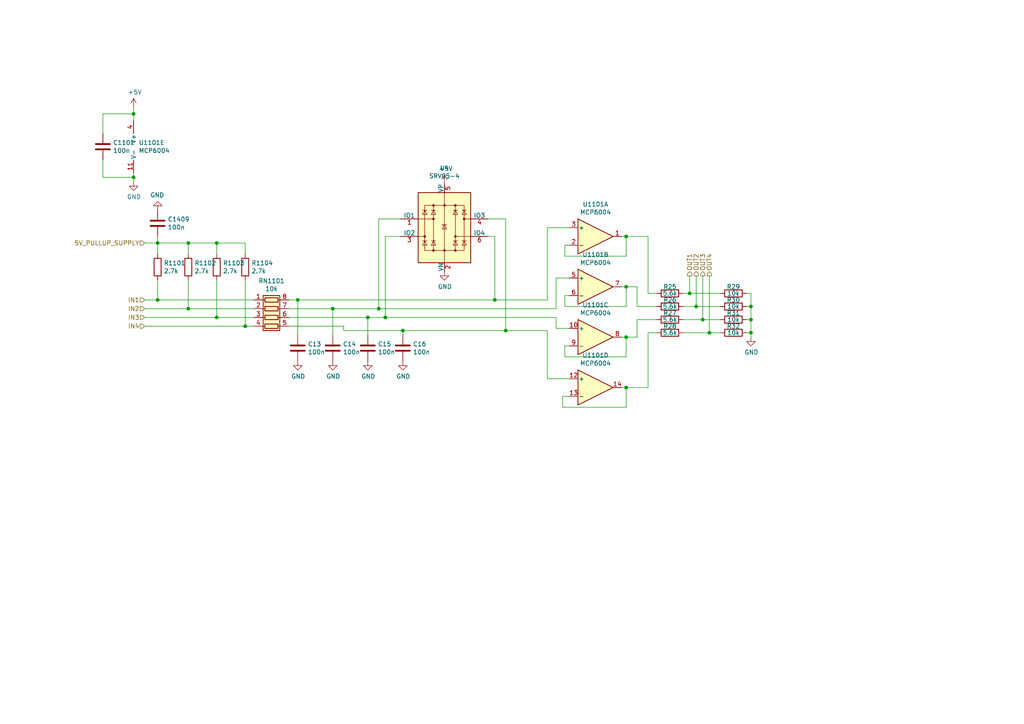
<source format=kicad_sch>
(kicad_sch (version 20211123) (generator eeschema)
  (paper "A4")
  (title_block (title "rusEfi Proteus") (date "2022-04-09") (rev "v0.7") (company "rusEFI") (comment 1 "github.com/mck1117/proteus") (comment 2 "rusefi.com/s/proteus"))
  (lib_symbols
    (symbol "Amplifier_Operational:MCP6004" (pin_names (offset 0.127))
      (property "Reference" "U" (at 0 5.08 0))
      (property "Value" "MCP6004" (at 0 -5.08 0))
      (symbol "MCP6004_1_1"
        (polyline (pts (xy -5.08 5.08) (xy 5.08 0) (xy -5.08 -5.08) (xy -5.08 5.08)) (stroke (width 0.254)) (fill (type background)))
        (pin output line (at 7.62 0 180) (length 2.54) (name "~") (number "1"))
        (pin input line (at -7.62 -2.54 0) (length 2.54) (name "-") (number "2"))
        (pin input line (at -7.62 2.54 0) (length 2.54) (name "+") (number "3"))
      )
      (symbol "MCP6004_2_1"
        (polyline (pts (xy -5.08 5.08) (xy 5.08 0) (xy -5.08 -5.08) (xy -5.08 5.08)) (stroke (width 0.254)) (fill (type background)))
        (pin input line (at -7.62 2.54 0) (length 2.54) (name "+") (number "5"))
        (pin input line (at -7.62 -2.54 0) (length 2.54) (name "-") (number "6"))
        (pin output line (at 7.62 0 180) (length 2.54) (name "~") (number "7"))
      )
      (symbol "MCP6004_3_1"
        (polyline (pts (xy -5.08 5.08) (xy 5.08 0) (xy -5.08 -5.08) (xy -5.08 5.08)) (stroke (width 0.254)) (fill (type background)))
        (pin input line (at -7.62 2.54 0) (length 2.54) (name "+") (number "10"))
        (pin output line (at 7.62 0 180) (length 2.54) (name "~") (number "8"))
        (pin input line (at -7.62 -2.54 0) (length 2.54) (name "-") (number "9"))
      )
      (symbol "MCP6004_4_1"
        (polyline (pts (xy -5.08 5.08) (xy 5.08 0) (xy -5.08 -5.08) (xy -5.08 5.08)) (stroke (width 0.254)) (fill (type background)))
        (pin input line (at -7.62 2.54 0) (length 2.54) (name "+") (number "12"))
        (pin input line (at -7.62 -2.54 0) (length 2.54) (name "-") (number "13"))
        (pin output line (at 7.62 0 180) (length 2.54) (name "~") (number "14"))
      )
      (symbol "MCP6004_5_1"
        (pin power_in line (at -2.54 -7.62 90) (length 3.81) (name "V-") (number "11"))
        (pin power_in line (at -2.54 7.62 270) (length 3.81) (name "V+") (number "4"))
      )
    )
    (symbol "Device:C" (pin_numbers hide) (pin_names (offset 0.254))
      (property "Reference" "C" (at 0.635 2.54 0))
      (property "Value" "C" (at 0.635 -2.54 0))
      (symbol "C_0_1"
        (polyline (pts (xy -2.032 -0.762) (xy 2.032 -0.762)) (stroke (width 0.508)))
        (polyline (pts (xy -2.032 0.762) (xy 2.032 0.762)) (stroke (width 0.508)))
      )
      (symbol "C_1_1"
        (pin passive line (at 0 3.81 270) (length 2.794) (name "~") (number "1"))
        (pin passive line (at 0 -3.81 90) (length 2.794) (name "~") (number "2"))
      )
    )
    (symbol "Device:R" (pin_numbers hide) (pin_names (offset 0))
      (property "Reference" "R" (at 2.032 0 90))
      (property "Value" "R" (at 0 0 90))
      (symbol "R_0_1"
        (rectangle (start -1.016 -2.54) (end 1.016 2.54) (stroke (width 0.254)))
      )
      (symbol "R_1_1"
        (pin passive line (at 0 3.81 270) (length 1.27) (name "~") (number "1"))
        (pin passive line (at 0 -3.81 90) (length 1.27) (name "~") (number "2"))
      )
    )
    (symbol "Device:R_Pack04" (pin_names (offset 0) hide)
      (property "Reference" "RN" (at -7.62 0 90))
      (property "Value" "R_Pack04" (at 5.08 0 90))
      (symbol "R_Pack04_0_1"
        (rectangle (start -6.35 -2.413) (end 3.81 2.413) (stroke (width 0.254)) (fill (type background)))
        (rectangle (start -5.715 1.905) (end -4.445 -1.905) (stroke (width 0.254)))
        (rectangle (start -3.175 1.905) (end -1.905 -1.905) (stroke (width 0.254)))
        (rectangle (start -0.635 1.905) (end 0.635 -1.905) (stroke (width 0.254)))
        (polyline (pts (xy -5.08 -2.54) (xy -5.08 -1.905)))
        (polyline (pts (xy -5.08 1.905) (xy -5.08 2.54)))
        (polyline (pts (xy -2.54 -2.54) (xy -2.54 -1.905)))
        (polyline (pts (xy -2.54 1.905) (xy -2.54 2.54)))
        (polyline (pts (xy 0 -2.54) (xy 0 -1.905)))
        (polyline (pts (xy 0 1.905) (xy 0 2.54)))
        (polyline (pts (xy 2.54 -2.54) (xy 2.54 -1.905)))
        (polyline (pts (xy 2.54 1.905) (xy 2.54 2.54)))
        (rectangle (start 1.905 1.905) (end 3.175 -1.905) (stroke (width 0.254)))
      )
      (symbol "R_Pack04_1_1"
        (pin passive line (at -5.08 -5.08 90) (length 2.54) (name "R1.1") (number "1"))
        (pin passive line (at -2.54 -5.08 90) (length 2.54) (name "R2.1") (number "2"))
        (pin passive line (at 0 -5.08 90) (length 2.54) (name "R3.1") (number "3"))
        (pin passive line (at 2.54 -5.08 90) (length 2.54) (name "R4.1") (number "4"))
        (pin passive line (at 2.54 5.08 270) (length 2.54) (name "R4.2") (number "5"))
        (pin passive line (at 0 5.08 270) (length 2.54) (name "R3.2") (number "6"))
        (pin passive line (at -2.54 5.08 270) (length 2.54) (name "R2.2") (number "7"))
        (pin passive line (at -5.08 5.08 270) (length 2.54) (name "R1.2") (number "8"))
      )
    )
    (symbol "Power_Protection:SRV05-4" (pin_names (offset 0))
      (property "Reference" "U" (at -5.08 11.43 0))
      (property "Value" "SRV05-4" (at 2.54 11.43 0))
      (symbol "SRV05-4_0_0"
        (rectangle (start -5.715 6.477) (end 5.715 -6.604))
        (polyline (pts (xy -3.175 -6.604) (xy -3.175 6.477)))
        (polyline (pts (xy 3.175 6.477) (xy 3.175 -6.604)))
      )
      (symbol "SRV05-4_0_1"
        (rectangle (start -7.62 10.16) (end 7.62 -10.16) (stroke (width 0.254)) (fill (type background)))
        (circle (center -5.715 -2.54) (radius 0.2794) (fill (type outline)))
        (circle (center -3.175 -6.604) (radius 0.2794) (fill (type outline)))
        (circle (center -3.175 2.54) (radius 0.2794) (fill (type outline)))
        (circle (center -3.175 6.477) (radius 0.2794) (fill (type outline)))
        (circle (center 0 -6.604) (radius 0.2794) (fill (type outline)))
        (polyline (pts (xy -7.747 2.54) (xy -3.175 2.54)))
        (polyline (pts (xy -7.62 -2.54) (xy -5.715 -2.54)))
        (polyline (pts (xy -5.08 -3.81) (xy -6.35 -3.81)))
        (polyline (pts (xy -5.08 5.08) (xy -6.35 5.08)))
        (polyline (pts (xy -2.54 -3.81) (xy -3.81 -3.81)))
        (polyline (pts (xy -2.54 5.08) (xy -3.81 5.08)))
        (polyline (pts (xy 0 10.16) (xy 0 -10.16)))
        (polyline (pts (xy 3.81 -3.81) (xy 2.54 -3.81)))
        (polyline (pts (xy 3.81 5.08) (xy 2.54 5.08)))
        (polyline (pts (xy 6.35 -3.81) (xy 5.08 -3.81)))
        (polyline (pts (xy 6.35 5.08) (xy 5.08 5.08)))
        (polyline (pts (xy 7.62 -2.54) (xy 3.175 -2.54)))
        (polyline (pts (xy 7.62 2.54) (xy 5.715 2.54)))
        (polyline (pts (xy 0.635 0.889) (xy -0.635 0.889) (xy -0.635 0.635)))
        (polyline (pts (xy -5.08 -5.08) (xy -6.35 -5.08) (xy -5.715 -3.81) (xy -5.08 -5.08)))
        (polyline (pts (xy -5.08 3.81) (xy -6.35 3.81) (xy -5.715 5.08) (xy -5.08 3.81)))
        (polyline (pts (xy -2.54 -5.08) (xy -3.81 -5.08) (xy -3.175 -3.81) (xy -2.54 -5.08)))
        (polyline (pts (xy -2.54 3.81) (xy -3.81 3.81) (xy -3.175 5.08) (xy -2.54 3.81)))
        (polyline (pts (xy 0.635 -0.381) (xy -0.635 -0.381) (xy 0 0.889) (xy 0.635 -0.381)))
        (polyline (pts (xy 3.81 -5.08) (xy 2.54 -5.08) (xy 3.175 -3.81) (xy 3.81 -5.08)))
        (polyline (pts (xy 3.81 3.81) (xy 2.54 3.81) (xy 3.175 5.08) (xy 3.81 3.81)))
        (polyline (pts (xy 6.35 -5.08) (xy 5.08 -5.08) (xy 5.715 -3.81) (xy 6.35 -5.08)))
        (polyline (pts (xy 6.35 3.81) (xy 5.08 3.81) (xy 5.715 5.08) (xy 6.35 3.81)))
        (circle (center 0 6.477) (radius 0.2794) (fill (type outline)))
        (circle (center 3.175 -6.604) (radius 0.2794) (fill (type outline)))
        (circle (center 3.175 -2.54) (radius 0.2794) (fill (type outline)))
        (circle (center 3.175 6.477) (radius 0.2794) (fill (type outline)))
        (circle (center 5.715 2.54) (radius 0.2794) (fill (type outline)))
      )
      (symbol "SRV05-4_1_1"
        (pin passive line (at -12.7 2.54 0) (length 5.08) (name "IO1") (number "1"))
        (pin passive line (at 0 -12.7 90) (length 2.54) (name "VN") (number "2"))
        (pin passive line (at -12.7 -2.54 0) (length 5.08) (name "IO2") (number "3"))
        (pin passive line (at 12.7 2.54 180) (length 5.08) (name "IO3") (number "4"))
        (pin passive line (at 0 12.7 270) (length 2.54) (name "VP") (number "5"))
        (pin passive line (at 12.7 -2.54 180) (length 5.08) (name "IO4") (number "6"))
      )
    )
    (symbol "power:+5V" (power) (pin_names (offset 0))
      (property "Value" "+5V" (at 0 3.556 0))
      (symbol "+5V_0_1"
        (polyline (pts (xy -0.762 1.27) (xy 0 2.54)))
        (polyline (pts (xy 0 0) (xy 0 2.54)))
        (polyline (pts (xy 0 2.54) (xy 0.762 1.27)))
      )
      (symbol "+5V_1_1"
        (pin power_in line (at 0 0 90) (length 0) hide (name "+5V") (number "1"))
      )
    )
    (symbol "power:GND" (power) (pin_names (offset 0))
      (property "Value" "GND" (at 0 -3.81 0))
      (symbol "GND_0_1"
        (polyline (pts (xy 0 0) (xy 0 -1.27) (xy 1.27 -1.27) (xy 0 -2.54) (xy -1.27 -1.27) (xy 0 -1.27)))
      )
      (symbol "GND_1_1"
        (pin power_in line (at 0 0 270) (length 0) hide (name "GND") (number "1"))
      )
    )
  )
  (junction (at 62.865 70.485))
  (junction (at 111.76 92.075))
  (junction (at 181.61 68.58))
  (junction (at 143.51 86.995))
  (junction (at 62.865 92.075))
  (junction (at 203.835 92.71))
  (junction (at 71.12 94.615))
  (junction (at 181.61 112.395))
  (junction (at 116.84 95.885))
  (junction (at 38.735 33.02))
  (junction (at 181.61 97.79))
  (junction (at 54.61 70.485))
  (junction (at 201.93 88.9))
  (junction (at 205.74 96.52))
  (junction (at 217.805 96.52))
  (junction (at 54.61 89.535))
  (junction (at 96.52 89.535))
  (junction (at 45.72 86.995))
  (junction (at 181.61 83.185))
  (junction (at 217.805 88.9))
  (junction (at 146.685 95.885))
  (junction (at 38.735 51.435))
  (junction (at 217.805 92.71))
  (junction (at 45.72 70.485))
  (junction (at 106.68 92.075))
  (junction (at 200.025 85.09))
  (junction (at 109.855 89.535))
  (junction (at 86.36 86.995))
  (wire (pts (xy 163.83 71.12) (xy 163.83 74.295)))
  (wire (pts (xy 216.535 85.09) (xy 217.805 85.09)))
  (wire (pts (xy 143.51 86.995) (xy 158.75 86.995)))
  (wire (pts (xy 203.835 80.01) (xy 203.835 92.71)))
  (wire (pts (xy 181.61 83.185) (xy 180.34 83.185)))
  (wire (pts (xy 83.82 94.615) (xy 99.695 94.615)))
  (wire (pts (xy 86.36 86.995) (xy 83.82 86.995)))
  (wire (pts (xy 41.91 92.075) (xy 62.865 92.075)))
  (wire (pts (xy 181.61 88.9) (xy 181.61 83.185)))
  (wire (pts (xy 217.805 92.71) (xy 217.805 88.9)))
  (wire (pts (xy 184.785 88.9) (xy 190.5 88.9)))
  (wire (pts (xy 38.735 52.705) (xy 38.735 51.435)))
  (wire (pts (xy 38.735 51.435) (xy 38.735 50.165)))
  (wire (pts (xy 54.61 70.485) (xy 54.61 73.66)))
  (wire (pts (xy 54.61 70.485) (xy 62.865 70.485)))
  (wire (pts (xy 163.83 74.295) (xy 181.61 74.295)))
  (wire (pts (xy 187.96 96.52) (xy 187.96 112.395)))
  (wire (pts (xy 184.785 92.71) (xy 190.5 92.71)))
  (wire (pts (xy 181.61 83.185) (xy 184.785 83.185)))
  (wire (pts (xy 187.96 68.58) (xy 181.61 68.58)))
  (wire (pts (xy 181.61 112.395) (xy 180.34 112.395)))
  (wire (pts (xy 217.805 97.79) (xy 217.805 96.52)))
  (wire (pts (xy 190.5 85.09) (xy 187.96 85.09)))
  (wire (pts (xy 41.91 89.535) (xy 54.61 89.535)))
  (wire (pts (xy 54.61 81.28) (xy 54.61 89.535)))
  (wire (pts (xy 181.61 103.505) (xy 181.61 97.79)))
  (wire (pts (xy 217.805 88.9) (xy 216.535 88.9)))
  (wire (pts (xy 158.75 95.885) (xy 158.75 109.855)))
  (wire (pts (xy 111.76 68.58) (xy 116.205 68.58)))
  (wire (pts (xy 29.845 51.435) (xy 29.845 46.355)))
  (wire (pts (xy 86.36 97.155) (xy 86.36 86.995)))
  (wire (pts (xy 217.805 85.09) (xy 217.805 88.9)))
  (wire (pts (xy 54.61 89.535) (xy 73.66 89.535)))
  (wire (pts (xy 141.605 63.5) (xy 146.685 63.5)))
  (wire (pts (xy 141.605 68.58) (xy 143.51 68.58)))
  (wire (pts (xy 116.205 63.5) (xy 109.855 63.5)))
  (wire (pts (xy 205.74 96.52) (xy 198.12 96.52)))
  (wire (pts (xy 181.61 74.295) (xy 181.61 68.58)))
  (wire (pts (xy 161.29 95.25) (xy 165.1 95.25)))
  (wire (pts (xy 99.695 95.885) (xy 116.84 95.885)))
  (wire (pts (xy 38.735 51.435) (xy 29.845 51.435)))
  (wire (pts (xy 45.72 70.485) (xy 45.72 73.66)))
  (wire (pts (xy 158.75 66.04) (xy 165.1 66.04)))
  (wire (pts (xy 111.76 92.075) (xy 161.29 92.075)))
  (wire (pts (xy 184.785 83.185) (xy 184.785 88.9)))
  (wire (pts (xy 83.82 92.075) (xy 106.68 92.075)))
  (wire (pts (xy 208.915 96.52) (xy 205.74 96.52)))
  (wire (pts (xy 116.84 97.155) (xy 116.84 95.885)))
  (wire (pts (xy 146.685 63.5) (xy 146.685 95.885)))
  (wire (pts (xy 38.735 33.02) (xy 38.735 34.925)))
  (wire (pts (xy 200.025 85.09) (xy 200.025 80.01)))
  (wire (pts (xy 198.12 85.09) (xy 200.025 85.09)))
  (wire (pts (xy 163.195 114.935) (xy 163.195 118.11)))
  (wire (pts (xy 203.835 92.71) (xy 208.915 92.71)))
  (wire (pts (xy 200.025 85.09) (xy 208.915 85.09)))
  (wire (pts (xy 165.1 85.725) (xy 163.83 85.725)))
  (wire (pts (xy 38.735 31.115) (xy 38.735 33.02)))
  (wire (pts (xy 201.93 80.01) (xy 201.93 88.9)))
  (wire (pts (xy 62.865 70.485) (xy 71.12 70.485)))
  (wire (pts (xy 41.91 86.995) (xy 45.72 86.995)))
  (wire (pts (xy 106.68 92.075) (xy 111.76 92.075)))
  (wire (pts (xy 163.195 118.11) (xy 181.61 118.11)))
  (wire (pts (xy 83.82 89.535) (xy 96.52 89.535)))
  (wire (pts (xy 45.72 70.485) (xy 54.61 70.485)))
  (wire (pts (xy 165.1 114.935) (xy 163.195 114.935)))
  (wire (pts (xy 99.695 94.615) (xy 99.695 95.885)))
  (wire (pts (xy 217.805 92.71) (xy 216.535 92.71)))
  (wire (pts (xy 217.805 96.52) (xy 216.535 96.52)))
  (wire (pts (xy 96.52 89.535) (xy 96.52 97.155)))
  (wire (pts (xy 190.5 96.52) (xy 187.96 96.52)))
  (wire (pts (xy 181.61 118.11) (xy 181.61 112.395)))
  (wire (pts (xy 86.36 86.995) (xy 143.51 86.995)))
  (wire (pts (xy 187.96 112.395) (xy 181.61 112.395)))
  (wire (pts (xy 116.84 95.885) (xy 146.685 95.885)))
  (wire (pts (xy 181.61 97.79) (xy 180.34 97.79)))
  (wire (pts (xy 184.785 97.79) (xy 184.785 92.71)))
  (wire (pts (xy 109.855 63.5) (xy 109.855 89.535)))
  (wire (pts (xy 181.61 68.58) (xy 180.34 68.58)))
  (wire (pts (xy 158.75 109.855) (xy 165.1 109.855)))
  (wire (pts (xy 96.52 89.535) (xy 109.855 89.535)))
  (wire (pts (xy 161.29 92.075) (xy 161.29 95.25)))
  (wire (pts (xy 71.12 81.28) (xy 71.12 94.615)))
  (wire (pts (xy 198.12 92.71) (xy 203.835 92.71)))
  (wire (pts (xy 143.51 68.58) (xy 143.51 86.995)))
  (wire (pts (xy 165.1 80.645) (xy 161.29 80.645)))
  (wire (pts (xy 106.68 92.075) (xy 106.68 97.155)))
  (wire (pts (xy 62.865 81.28) (xy 62.865 92.075)))
  (wire (pts (xy 45.72 81.28) (xy 45.72 86.995)))
  (wire (pts (xy 205.74 96.52) (xy 205.74 80.01)))
  (wire (pts (xy 163.83 103.505) (xy 181.61 103.505)))
  (wire (pts (xy 41.91 94.615) (xy 71.12 94.615)))
  (wire (pts (xy 165.1 100.33) (xy 163.83 100.33)))
  (wire (pts (xy 158.75 86.995) (xy 158.75 66.04)))
  (wire (pts (xy 41.91 70.485) (xy 45.72 70.485)))
  (wire (pts (xy 45.72 86.995) (xy 73.66 86.995)))
  (wire (pts (xy 161.29 80.645) (xy 161.29 89.535)))
  (wire (pts (xy 71.12 70.485) (xy 71.12 73.66)))
  (wire (pts (xy 45.72 68.58) (xy 45.72 70.485)))
  (wire (pts (xy 217.805 96.52) (xy 217.805 92.71)))
  (wire (pts (xy 62.865 70.485) (xy 62.865 73.66)))
  (wire (pts (xy 187.96 85.09) (xy 187.96 68.58)))
  (wire (pts (xy 201.93 88.9) (xy 198.12 88.9)))
  (wire (pts (xy 208.915 88.9) (xy 201.93 88.9)))
  (wire (pts (xy 146.685 95.885) (xy 158.75 95.885)))
  (wire (pts (xy 71.12 94.615) (xy 73.66 94.615)))
  (wire (pts (xy 163.83 100.33) (xy 163.83 103.505)))
  (wire (pts (xy 29.845 38.735) (xy 29.845 33.02)))
  (wire (pts (xy 181.61 97.79) (xy 184.785 97.79)))
  (wire (pts (xy 163.83 88.9) (xy 181.61 88.9)))
  (wire (pts (xy 109.855 89.535) (xy 161.29 89.535)))
  (wire (pts (xy 29.845 33.02) (xy 38.735 33.02)))
  (wire (pts (xy 163.83 85.725) (xy 163.83 88.9)))
  (wire (pts (xy 165.1 71.12) (xy 163.83 71.12)))
  (wire (pts (xy 62.865 92.075) (xy 73.66 92.075)))
  (wire (pts (xy 111.76 92.075) (xy 111.76 68.58)))
  (hierarchical_label "IN4" (shape input) (at 41.91 94.615 180))
  (hierarchical_label "OUT3" (shape output) (at 203.835 80.01 90))
  (hierarchical_label "IN3" (shape input) (at 41.91 92.075 180))
  (hierarchical_label "OUT4" (shape output) (at 205.74 80.01 90))
  (hierarchical_label "5V_PULLUP_SUPPLY" (shape input) (at 41.91 70.485 180))
  (hierarchical_label "IN1" (shape input) (at 41.91 86.995 180))
  (hierarchical_label "OUT2" (shape output) (at 201.93 80.01 90))
  (hierarchical_label "OUT1" (shape output) (at 200.025 80.01 90))
  (hierarchical_label "IN2" (shape input) (at 41.91 89.535 180))
  (symbol (lib_id "Amplifier_Operational:MCP6004") (at 41.275 42.545 0) (unit 5)
    (property "Reference" "U1101" (at 40.2082 41.3766 0) (effects (justify left)))
    (property "Value" "MCP6004" (at 40.2082 43.688 0) (effects (justify left)))
    (property "Footprint" "Package_SO:TSSOP-14_4.4x5mm_P0.65mm" (effects hide))
    (property "Datasheet" "http://ww1.microchip.com/downloads/en/DeviceDoc/21733j.pdf" (effects hide))
    (property "PN" "MCP6004T-I/ST" (effects hide))
    (property "LCSC" "C50282" (effects hide))
    (property "LCSC_ext" "1" (effects hide))
    (property "possible_not_ext" "1" (effects hide))
  )
  (symbol (lib_id "Device:R_Pack04") (at 78.74 92.075 270) (unit 1)
    (property "Reference" "RN1101" (at 78.74 81.4832 90))
    (property "Value" "10k" (at 78.74 83.7946 90))
    (property "Footprint" "Resistor_SMD:R_Array_Convex_4x0603" (effects hide))
    (property "PN" "CAT16-473J4LF" (effects hide))
    (property "LCSC" "C29718" (effects hide))
    (property "LCSC_ext" "0" (effects hide))
  )
  (symbol (lib_id "Device:R") (at 45.72 77.47 0) (unit 1)
    (property "Reference" "R1101" (at 47.498 76.3016 0) (effects (justify left)))
    (property "Value" "2.7k" (at 47.498 78.613 0) (effects (justify left)))
    (property "Footprint" "Resistor_SMD:R_0603_1608Metric" (effects hide))
    (property "LCSC" "C13167" (effects hide))
    (property "LCSC_ext" "0" (effects hide))
  )
  (symbol (lib_id "Device:C") (at 29.845 42.545 0) (unit 1)
    (property "Reference" "C1101" (at 32.766 41.3766 0) (effects (justify left)))
    (property "Value" "100n" (at 32.766 43.688 0) (effects (justify left)))
    (property "Footprint" "Capacitor_SMD:C_0603_1608Metric" (effects hide))
    (property "LCSC" "C14663" (effects hide))
    (property "LCSC_ext" "0" (effects hide))
  )
  (symbol (lib_id "power:GND") (at 38.735 52.705 0) (unit 1)
    (property "Reference" "#PWR01102" (effects hide))
    (property "Value" "GND" (at 38.862 57.0992 0))
  )
  (symbol (lib_id "power:GND") (at 106.68 104.775 0) (unit 1)
    (property "Reference" "#PWR01108" (effects hide))
    (property "Value" "GND" (at 106.807 109.1692 0))
  )
  (symbol (lib_id "power:GND") (at 116.84 104.775 0) (unit 1)
    (property "Reference" "#PWR01109" (effects hide))
    (property "Value" "GND" (at 116.967 109.1692 0))
  )
  (symbol (lib_id "power:GND") (at 217.805 97.79 0) (unit 1)
    (property "Reference" "#PWR01105" (effects hide))
    (property "Value" "GND" (at 217.932 102.1842 0))
  )
  (symbol (lib_id "Device:C") (at 45.72 64.77 0) (unit 1)
    (property "Reference" "C1409" (at 48.641 63.6016 0) (effects (justify left)))
    (property "Value" "100n" (at 48.641 65.913 0) (effects (justify left)))
    (property "Footprint" "Capacitor_SMD:C_0603_1608Metric" (effects hide))
    (property "LCSC" "C14663" (effects hide))
    (property "LCSC_ext" "0" (effects hide))
  )
  (symbol (lib_id "power:GND") (at 45.72 60.96 180) (unit 1)
    (property "Reference" "#PWR0210" (effects hide))
    (property "Value" "GND" (at 45.593 56.5658 0))
  )
  (symbol (lib_id "Device:R") (at 54.61 77.47 0) (unit 1)
    (property "Reference" "R1102" (at 56.388 76.3016 0) (effects (justify left)))
    (property "Value" "2.7k" (at 56.388 78.613 0) (effects (justify left)))
    (property "Footprint" "Resistor_SMD:R_0603_1608Metric" (effects hide))
    (property "LCSC" "C13167" (effects hide))
    (property "LCSC_ext" "0" (effects hide))
  )
  (symbol (lib_id "Device:R") (at 62.865 77.47 0) (unit 1)
    (property "Reference" "R1103" (at 64.643 76.3016 0) (effects (justify left)))
    (property "Value" "2.7k" (at 64.643 78.613 0) (effects (justify left)))
    (property "Footprint" "Resistor_SMD:R_0603_1608Metric" (effects hide))
    (property "LCSC" "C13167" (effects hide))
    (property "LCSC_ext" "0" (effects hide))
  )
  (symbol (lib_id "Device:R") (at 71.12 77.47 0) (unit 1)
    (property "Reference" "R1104" (at 72.898 76.3016 0) (effects (justify left)))
    (property "Value" "2.7k" (at 72.898 78.613 0) (effects (justify left)))
    (property "Footprint" "Resistor_SMD:R_0603_1608Metric" (effects hide))
    (property "LCSC" "C13167" (effects hide))
    (property "LCSC_ext" "0" (effects hide))
  )
  (symbol (lib_id "Amplifier_Operational:MCP6004") (at 172.72 68.58 0) (unit 1)
    (property "Reference" "U1101" (at 172.72 59.2582 0))
    (property "Value" "MCP6004" (at 172.72 61.5696 0))
    (property "Footprint" "Package_SO:TSSOP-14_4.4x5mm_P0.65mm" (effects hide))
    (property "Datasheet" "http://ww1.microchip.com/downloads/en/DeviceDoc/21733j.pdf" (effects hide))
    (property "PN" "MCP6004T-I/ST" (effects hide))
    (property "LCSC" "C50282" (effects hide))
    (property "LCSC_ext" "1" (effects hide))
    (property "possible_not_ext" "1" (effects hide))
  )
  (symbol (lib_id "Amplifier_Operational:MCP6004") (at 172.72 83.185 0) (unit 2)
    (property "Reference" "U1101" (at 172.72 73.8632 0))
    (property "Value" "MCP6004" (at 172.72 76.1746 0))
    (property "Footprint" "Package_SO:TSSOP-14_4.4x5mm_P0.65mm" (effects hide))
    (property "Datasheet" "http://ww1.microchip.com/downloads/en/DeviceDoc/21733j.pdf" (effects hide))
    (property "PN" "MCP6004T-I/ST" (effects hide))
    (property "LCSC" "C50282" (effects hide))
    (property "LCSC_ext" "1" (effects hide))
    (property "possible_not_ext" "1" (effects hide))
  )
  (symbol (lib_id "Amplifier_Operational:MCP6004") (at 172.72 97.79 0) (unit 3)
    (property "Reference" "U1101" (at 172.72 88.4682 0))
    (property "Value" "MCP6004" (at 172.72 90.7796 0))
    (property "Footprint" "Package_SO:TSSOP-14_4.4x5mm_P0.65mm" (effects hide))
    (property "Datasheet" "http://ww1.microchip.com/downloads/en/DeviceDoc/21733j.pdf" (effects hide))
    (property "PN" "MCP6004T-I/ST" (effects hide))
    (property "LCSC" "C50282" (effects hide))
    (property "LCSC_ext" "1" (effects hide))
    (property "possible_not_ext" "1" (effects hide))
  )
  (symbol (lib_id "Amplifier_Operational:MCP6004") (at 172.72 112.395 0) (unit 4)
    (property "Reference" "U1101" (at 172.72 103.0732 0))
    (property "Value" "MCP6004" (at 172.72 105.3846 0))
    (property "Footprint" "Package_SO:TSSOP-14_4.4x5mm_P0.65mm" (effects hide))
    (property "Datasheet" "http://ww1.microchip.com/downloads/en/DeviceDoc/21733j.pdf" (effects hide))
    (property "PN" "MCP6004T-I/ST" (effects hide))
    (property "LCSC" "C50282" (effects hide))
    (property "LCSC_ext" "1" (effects hide))
    (property "possible_not_ext" "1" (effects hide))
  )
  (symbol (lib_id "power:GND") (at 86.36 104.775 0) (unit 1)
    (property "Reference" "#PWR01106" (effects hide))
    (property "Value" "GND" (at 86.487 109.1692 0))
  )
  (symbol (lib_id "power:GND") (at 96.52 104.775 0) (unit 1)
    (property "Reference" "#PWR01107" (effects hide))
    (property "Value" "GND" (at 96.647 109.1692 0))
  )
  (symbol (lib_id "power:+5V") (at 38.735 31.115 0) (unit 1)
    (property "Reference" "#PWR0218" (effects hide))
    (property "Value" "+5V" (at 39.116 26.7208 0))
  )
  (symbol (lib_id "Device:C") (at 86.36 100.965 0) (unit 1)
    (property "Reference" "C13" (at 89.281 99.7966 0) (effects (justify left)))
    (property "Value" "100n" (at 89.281 102.108 0) (effects (justify left)))
    (property "Footprint" "Capacitor_SMD:C_0402_1005Metric" (effects hide))
    (property "LCSC" "C1525" (effects hide))
    (property "LCSC_ext" "0" (effects hide))
  )
  (symbol (lib_id "Device:C") (at 96.52 100.965 0) (unit 1)
    (property "Reference" "C14" (at 99.441 99.7966 0) (effects (justify left)))
    (property "Value" "100n" (at 99.441 102.108 0) (effects (justify left)))
    (property "Footprint" "Capacitor_SMD:C_0402_1005Metric" (effects hide))
    (property "LCSC" "C1525" (effects hide))
    (property "LCSC_ext" "0" (effects hide))
  )
  (symbol (lib_id "Device:C") (at 106.68 100.965 0) (unit 1)
    (property "Reference" "C15" (at 109.601 99.7966 0) (effects (justify left)))
    (property "Value" "100n" (at 109.601 102.108 0) (effects (justify left)))
    (property "Footprint" "Capacitor_SMD:C_0402_1005Metric" (effects hide))
    (property "LCSC" "C1525" (effects hide))
    (property "LCSC_ext" "0" (effects hide))
  )
  (symbol (lib_id "Device:C") (at 116.84 100.965 0) (unit 1)
    (property "Reference" "C16" (at 119.761 99.7966 0) (effects (justify left)))
    (property "Value" "100n" (at 119.761 102.108 0) (effects (justify left)))
    (property "Footprint" "Capacitor_SMD:C_0402_1005Metric" (effects hide))
    (property "LCSC" "C1525" (effects hide))
    (property "LCSC_ext" "0" (effects hide))
  )
  (symbol (lib_id "Power_Protection:SRV05-4") (at 128.905 66.04 0) (unit 1)
    (property "Reference" "U4" (at 128.905 48.7426 0))
    (property "Value" "SRV05-4" (at 128.905 51.054 0))
    (property "Footprint" "Package_TO_SOT_SMD:SOT-23-6" (effects hide))
    (property "Datasheet" "http://www.onsemi.com/pub/Collateral/SRV05-4-D.PDF" (effects hide))
    (property "LCSC" "C85364" (effects hide))
    (property "LCSC_ext" "0" (effects hide))
  )
  (symbol (lib_id "power:GND") (at 128.905 78.74 0) (unit 1)
    (property "Reference" "#PWR0272" (effects hide))
    (property "Value" "GND" (at 129.032 83.1342 0))
  )
  (symbol (lib_id "power:+5V") (at 128.905 53.34 0) (unit 1)
    (property "Reference" "#PWR0273" (effects hide))
    (property "Value" "+5V" (at 129.286 48.9458 0))
  )
  (symbol (lib_id "Device:R") (at 194.31 85.09 270) (unit 1)
    (property "Reference" "R25" (at 194.31 83.185 90))
    (property "Value" "5.6k" (at 194.31 85.09 90))
    (property "Footprint" "Resistor_SMD:R_0402_1005Metric" (effects hide))
    (property "LCSC" "C25908" (effects hide))
    (property "LCSC_ext" "0" (effects hide))
  )
  (symbol (lib_id "Device:R") (at 194.31 88.9 270) (unit 1)
    (property "Reference" "R26" (at 194.31 86.995 90))
    (property "Value" "5.6k" (at 194.31 88.9 90))
    (property "Footprint" "Resistor_SMD:R_0402_1005Metric" (effects hide))
    (property "LCSC" "C25908" (effects hide))
    (property "LCSC_ext" "0" (effects hide))
  )
  (symbol (lib_id "Device:R") (at 194.31 92.71 270) (unit 1)
    (property "Reference" "R27" (at 194.31 90.805 90))
    (property "Value" "5.6k" (at 194.31 92.71 90))
    (property "Footprint" "Resistor_SMD:R_0402_1005Metric" (effects hide))
    (property "LCSC" "C25908" (effects hide))
    (property "LCSC_ext" "0" (effects hide))
  )
  (symbol (lib_id "Device:R") (at 194.31 96.52 270) (unit 1)
    (property "Reference" "R28" (at 194.31 94.615 90))
    (property "Value" "5.6k" (at 194.31 96.52 90))
    (property "Footprint" "Resistor_SMD:R_0402_1005Metric" (effects hide))
    (property "LCSC" "C25908" (effects hide))
    (property "LCSC_ext" "0" (effects hide))
  )
  (symbol (lib_id "Device:R") (at 212.725 85.09 270) (unit 1)
    (property "Reference" "R29" (at 212.725 83.185 90))
    (property "Value" "10k" (at 212.725 85.09 90))
    (property "Footprint" "Resistor_SMD:R_0402_1005Metric" (effects hide))
    (property "LCSC" "C25744" (effects hide))
    (property "LCSC_ext" "0" (effects hide))
  )
  (symbol (lib_id "Device:R") (at 212.725 88.9 270) (unit 1)
    (property "Reference" "R30" (at 212.725 86.995 90))
    (property "Value" "10k" (at 212.725 88.9 90))
    (property "Footprint" "Resistor_SMD:R_0402_1005Metric" (effects hide))
    (property "LCSC" "C25744" (effects hide))
    (property "LCSC_ext" "0" (effects hide))
  )
  (symbol (lib_id "Device:R") (at 212.725 92.71 270) (unit 1)
    (property "Reference" "R31" (at 212.725 90.805 90))
    (property "Value" "10k" (at 212.725 92.71 90))
    (property "Footprint" "Resistor_SMD:R_0402_1005Metric" (effects hide))
    (property "LCSC" "C25744" (effects hide))
    (property "LCSC_ext" "0" (effects hide))
  )
  (symbol (lib_id "Device:R") (at 212.725 96.52 270) (unit 1)
    (property "Reference" "R32" (at 212.725 94.615 90))
    (property "Value" "10k" (at 212.725 96.52 90))
    (property "Footprint" "Resistor_SMD:R_0402_1005Metric" (effects hide))
    (property "LCSC" "C25744" (effects hide))
    (property "LCSC_ext" "0" (effects hide))
  )
)
</source>
